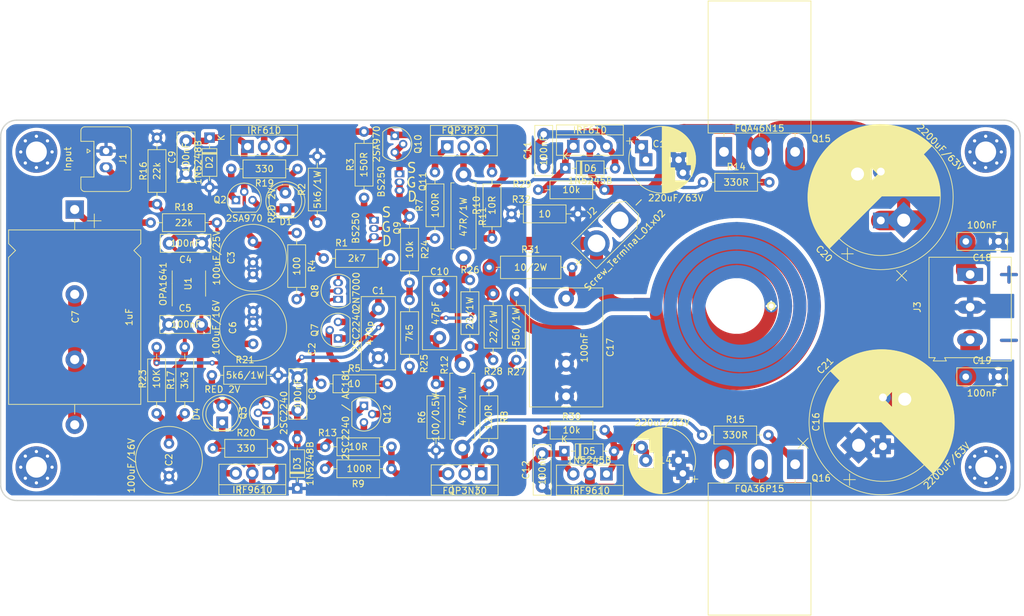
<source format=kicad_pcb>
(kicad_pcb (version 20210424) (generator pcbnew)
  (title_block (title "QUAD405 Reborn") (date "2021-04-15") (rev "17"))
  (layers (0 "F.Cu" signal) (31 "B.Cu" signal) (34 "B.Paste" user) (35 "F.Paste" user) (36 "B.SilkS" user "B.Silkscreen") (37 "F.SilkS" user "F.Silkscreen") (38 "B.Mask" user) (39 "F.Mask" user) (44 "Edge.Cuts" user))
  (net 0 "")
  (net 1 "GND")
  (net 2 "Net-(C1-Pad1)")
  (net 3 "Net-(C2-Pad1)")
  (net 4 "Net-(C3-Pad1)")
  (net 5 "Net-(C5-Pad2)")
  (net 6 "Net-(C7-Pad1)")
  (net 7 "Net-(C7-Pad2)")
  (net 8 "Net-(C8-Pad2)")
  (net 9 "Net-(C9-Pad2)")
  (net 10 "Net-(C10-Pad2)")
  (net 11 "Net-(C10-Pad1)")
  (net 12 "Net-(C11-Pad2)")
  (net 13 "GNDPWR")
  (net 14 "Net-(C12-Pad2)")
  (net 15 "Net-(C13-Pad1)")
  (net 16 "Net-(C14-Pad2)")
  (net 17 "Net-(C15-Pad1)")
  (net 18 "Net-(C16-Pad2)")
  (net 19 "Net-(C17-Pad1)")
  (net 20 "Net-(D1-Pad1)")
  (net 21 "Net-(D4-Pad2)")
  (net 22 "Net-(L1-Pad2)")
  (net 23 "Net-(J2-Pad1)")
  (net 24 "Net-(Q2-Pad1)")
  (net 25 "Net-(Q3-Pad1)")
  (net 26 "Net-(Q8-Pad2)")
  (net 27 "Net-(Q5-Pad3)")
  (net 28 "Net-(Q5-Pad2)")
  (net 29 "Net-(Q5-Pad1)")
  (net 30 "Net-(Q6-Pad3)")
  (net 31 "Net-(Q6-Pad2)")
  (net 32 "Net-(Q6-Pad1)")
  (net 33 "Net-(Q15-Pad1)")
  (net 34 "Net-(Q16-Pad1)")
  (net 35 "Net-(R1-Pad1)")
  (net 36 "Net-(J1-Pad2)")
  (net 37 "Net-(R24-Pad2)")
  (net 38 "Net-(R26-Pad2)")
  (net 39 "Net-(Q8-Pad1)")
  (net 40 "Net-(Q7-Pad2)")
  (net 41 "Net-(Q10-Pad2)")
  (net 42 "Net-(Q12-Pad2)")
  (net 43 "Net-(Q12-Pad3)")
  (net 44 "Net-(Q8-Pad3)")
  (net 45 "Net-(Q11-Pad2)")
  (net 46 "Net-(Q9-Pad1)")
  (footprint "Resistor_THT:R_Axial_DIN0411_L9.9mm_D3.6mm_P12.70mm_Horizontal" (layer "F.Cu") (at 144.236437 105.078 -90)
    (fp_text reference "R12")
    (fp_text value "47R/1W")
  )
  (footprint "MountingHole:MountingHole_3.2mm_M3_Pad_Via" (layer "F.Cu") (at 78.994 120.77)
    (fp_text reference "H1" hide)
    (fp_text value "MountingHole")
  )
  (footprint "MountingHole:MountingHole_3.2mm_M3_Pad_Via" (layer "F.Cu") (at 224.392781 72.44)
    (fp_text reference "H1" hide)
    (fp_text value "MountingHole")
  )
  (footprint "Resistor_THT:R_Axial_DIN0207_L6.3mm_D2.5mm_P10.16mm_Horizontal" (layer "F.Cu") (at 166.01 78.24 180)
    (fp_text reference "R29")
    (fp_text value "10k")
  )
  (footprint "Package_TO_SOT_THT:TO-220-3_Vertical" (layer "F.Cu") (at 111.34 71.615)
    (fp_text reference "Q1" hide)
    (fp_text value "IRF610")
  )
  (footprint "Resistor_THT:R_Axial_DIN0207_L6.3mm_D2.5mm_P10.16mm_Horizontal" (layer "F.Cu") (at 152.51 104.34 90)
    (fp_text reference "R27")
    (fp_text value "560/1W")
  )
  (footprint "Capacitor_THT:C_Disc_D7.5mm_W2.5mm_P5.00mm" (layer "F.Cu") (at 101.91 75.75 90)
    (fp_text reference "C9")
    (fp_text value "100nF")
  )
  (footprint "Resistor_THT:R_Axial_DIN0207_L6.3mm_D2.5mm_P10.16mm_Horizontal" (layer "F.Cu") (at 148.296437 108.018 -90)
    (fp_text reference "R8")
    (fp_text value "120R")
  )
  (footprint "Package_TO_SOT_THT:TO-220-3_Vertical" (layer "F.Cu") (at 166.310083 121.805 180)
    (fp_text reference "Q14" hide)
    (fp_text value "IRF9610")
  )
  (footprint "Resistor_THT:R_Axial_DIN0207_L6.3mm_D2.5mm_P10.16mm_Horizontal" (layer "F.Cu") (at 140.04 85.7 90)
    (fp_text reference "R7")
    (fp_text value "100R")
  )
  (footprint "Resistor_THT:R_Axial_DIN0207_L6.3mm_D2.5mm_P10.16mm_Horizontal" (layer "F.Cu") (at 145.39 92.07 -90)
    (fp_text reference "R26")
    (fp_text value "22/1W")
  )
  (footprint "Resistor_THT:R_Axial_DIN0207_L6.3mm_D2.5mm_P10.16mm_Horizontal" (layer "F.Cu") (at 148.78 85.7 90)
    (fp_text reference "R10")
    (fp_text value "10R")
  )
  (footprint "Capacitor_THT:CP_Radial_D10.0mm_P5.00mm_P7.50mm" (layer "F.Cu") (at 172.35 73.64)
    (fp_text reference "C13")
    (fp_text value "220uF/63V")
  )
  (footprint "Package_TO_SOT_THT:TO-220-3_Vertical" (layer "F.Cu") (at 141.924 71.659)
    (fp_text reference "Q5" hide)
    (fp_text value "FQP3P20")
  )
  (footprint "MountingHole:MountingHole_3.2mm_M3_Pad_Via" (layer "F.Cu") (at 224.402781 120.77)
    (fp_text reference "H1" hide)
    (fp_text value "MountingHole")
  )
  (footprint "Diode_THT:D_DO-35_SOD27_P7.62mm_Horizontal" (layer "F.Cu") (at 159.855406 118.31)
    (fp_text reference "D5")
    (fp_text value "1N5245B")
  )
  (footprint "Capacitor_THT:C_Disc_D11.0mm_W5.0mm_P7.50mm" (layer "F.Cu") (at 131.37 96.48 -90)
    (fp_text reference "C1")
    (fp_text value "470p")
  )
  (footprint "Package_TO_SOT_THT:TO-220-3_Vertical" (layer "F.Cu") (at 161.23 71.575)
    (fp_text reference "Q13" hide)
    (fp_text value "IRF610")
  )
  (footprint "Package_TO_SOT_THT:TO-92" (layer "F.Cu") (at 133.89 69.96 -90)
    (fp_text reference "Q10")
    (fp_text value "2SA970")
  )
  (footprint "Resistor_THT:R_Axial_DIN0207_L6.3mm_D2.5mm_P10.16mm_Horizontal" (layer "F.Cu") (at 122.62 107.99)
    (fp_text reference "R5")
    (fp_text value "10")
  )
  (footprint "Resistor_THT:R_Axial_DIN0207_L6.3mm_D2.5mm_P10.16mm_Horizontal" (layer "F.Cu") (at 96.49 83.28)
    (fp_text reference "R18")
    (fp_text value "22k")
  )
  (footprint "Connector_AMASS:AMASS_XT30U-F_1x02_P5.0mm_Vertical" (layer "F.Cu") (at 168.327387 82.922614 -135)
    (fp_text reference "J2")
    (fp_text value "Screw_Terminal_01x02")
  )
  (footprint "Resistor_THT:R_Axial_DIN0207_L6.3mm_D2.5mm_P10.16mm_Horizontal" (layer "F.Cu") (at 136.15 82.33 -90)
    (fp_text reference "R24")
    (fp_text value "10k")
  )
  (footprint "Diode_THT:D_DO-35_SOD27_P7.62mm_Horizontal" (layer "F.Cu") (at 160.01 74.95)
    (fp_text reference "D6")
    (fp_text value "1N5245B")
  )
  (footprint "Resistor_THT:R_Axial_DIN0207_L6.3mm_D2.5mm_P10.16mm_Horizontal" (layer "F.Cu") (at 97.41 112.53 90)
    (fp_text reference "R23")
    (fp_text value "10K")
  )
  (footprint "Capacitor_THT:C_Disc_D7.5mm_W2.5mm_P5.00mm" (layer "F.Cu") (at 226.352781 86.16 180)
    (fp_text reference "C18")
    (fp_text value "100nF")
  )
  (footprint "Package_TO_SOT_THT:TO-92" (layer "F.Cu") (at 129.1575 111.36 -90)
    (fp_text reference "Q12")
    (fp_text value "2SC2240 / AC181")
  )
  (footprint "Resistor_THT:R_Axial_DIN0207_L6.3mm_D2.5mm_P10.16mm_Horizontal" (layer "F.Cu") (at 133.38 117.64 180)
    (fp_text reference "R13")
    (fp_text value "10R")
  )
  (footprint "Resistor_THT:R_Axial_DIN0207_L6.3mm_D2.5mm_P10.16mm_Horizontal" (layer "F.Cu") (at 101.72 112.52 90)
    (fp_text reference "R17")
    (fp_text value "3k3")
  )
  (footprint "Capacitor_THT:C_Disc_D7.5mm_W2.5mm_P5.00mm" (layer "F.Cu") (at 156.7 74.74 90)
    (fp_text reference "C11")
    (fp_text value "100nF")
  )
  (footprint "L:L_new" (layer "F.Cu") (at 186.24 96.06 180)
    (fp_text reference "L1" hide)
    (fp_text value "1u2" hide)
  )
  (footprint "LED_THT:LED_D5.0mm_Clear" (layer "F.Cu") (at 117.13 81.24 90)
    (fp_text reference "D1")
    (fp_text value "RED 2V")
  )
  (footprint "Resistor_THT:R_Axial_DIN0207_L6.3mm_D2.5mm_P10.16mm_Horizontal" (layer "F.Cu") (at 136.15 95.12 -90)
    (fp_text reference "R25")
    (fp_text value "7k5")
  )
  (footprint "Package_TO_SOT_THT:TO-92L_Inline" (layer "F.Cu") (at 134.61 75.79 -90)
    (fp_text reference "Q11")
    (fp_text value "BS250")
  )
  (footprint "Resistor_THT:R_Axial_DIN0207_L6.3mm_D2.5mm_P10.16mm_Horizontal" (layer "F.Cu") (at 105.872437 106.68)
    (fp_text reference "R21")
    (fp_text value "5k6/1W")
  )
  (footprint "MountingHole:MountingHole_3.2mm_M3_Pad_Via" (layer "F.Cu") (at 78.994 72.44)
    (fp_text reference "H1" hide)
    (fp_text value "MountingHole")
  )
  (footprint "Capacitor_THT:C_Radial_D10.0mm_H12.5mm_P5.00mm" (layer "F.Cu") (at 99.3 117.14 -90)
    (fp_text reference "C2")
    (fp_text value "100uF/16V")
  )
  (footprint "Diode_THT:D_DO-35_SOD27_P7.62mm_Horizontal" (layer "F.Cu") (at 118.95 124.03 90)
    (fp_text reference "D3")
    (fp_text value "1N5248B")
  )
  (footprint "Resistor_THT:R_Axial_DIN0207_L6.3mm_D2.5mm_P10.16mm_Horizontal" (layer "F.Cu") (at 181.1 77.09)
    (fp_text reference "R14")
    (fp_text value "330R")
  )
  (footprint "Package_TO_SOT_THT:TO-92L_Inline" (layer "F.Cu") (at 130.7 82.9 -90)
    (fp_text reference "Q9")
    (fp_text value "BS250")
  )
  (footprint "Package_TO_SOT_THT:TO-92" (layer "F.Cu") (at 109.56 79.82)
    (fp_text reference "Q2")
    (fp_text value "2SA970")
  )
  (footprint "Capacitor_THT:CP_Radial_D18.0mm_P7.50mm" (layer "F.Cu") (at 208.66 117.57 90)
    (fp_text reference "C16")
    (fp_text value "2200uF/63V")
  )
  (footprint "Capacitor_THT:CP_Radial_D22.0mm_P10.00mm_SnapIn" (layer "F.Cu") (at 211.83 82.9 135)
    (fp_text reference "C20")
    (fp_text value "2200uF/63V")
  )
  (footprint "Capacitor_THT:CP_Axial_L26.5mm_D20.0mm_P33.00mm_Horizontal" (layer "F.Cu") (at 84.859563 81.27 -90)
    (fp_text reference "C7")
    (fp_text value "1uF")
  )
  (footprint "Package_TO_SOT_THT:TO-220-3_Vertical" (layer "F.Cu") (at 147.13 121.775 180)
    (fp_text reference "Q6" hide)
    (fp_text value "FQP3N30")
  )
  (footprint "Capacitor_THT:C_Disc_D11.0mm_W5.0mm_P7.50mm" (layer "F.Cu") (at 140.75 93.4 -90)
    (fp_text reference "C10")
    (fp_text value "47pF")
  )
  (footprint "Resistor_THT:R_Axial_DIN0207_L6.3mm_D2.5mm_P10.16mm_Horizontal" (layer "F.Cu") (at 122.02 83.28 90)
    (fp_text reference "R2")
    (fp_text value "5k6/1W")
  )
  (footprint "Package_TO_SOT_THT:TO-92" (layer "F.Cu") (at 125.1925 101.04 90)
    (fp_text reference "Q7")
    (fp_text value "2SC2240")
  )
  (footprint "Package_TO_SOT_THT:TO-92" (layer "F.Cu") (at 114.2125 113.71 90)
    (fp_text reference "Q3")
    (fp_text value "2SC2240")
  )
  (footprint "Resistor_THT:R_Axial_DIN0207_L6.3mm_D2.5mm_P10.16mm_Horizontal" (layer "F.Cu") (at 123.21 121.01)
    (fp_text reference "R9")
    (fp_text value "100R")
  )
  (footprint "Capacitor_THT:C_Rect_L18.0mm_W11.0mm_P15.00mm_FKS3_FKP3" (layer "F.Cu") (at 160.13 94.91 -90)
    (fp_text reference "C17")
    (fp_text value "100nF")
  )
  (footprint "Resistor_THT:R_Axial_DIN0207_L6.3mm_D2.5mm_P10.16mm_Horizontal" (layer "F.Cu") (at 148.95 104.34 90)
    (fp_text reference "R28")
    (fp_text value "22/1W")
  )
  (footprint "Package_SO:SOIC-8_3.9x4.9mm_P1.27mm" (layer "F.Cu") (at 102.354 92.612 90)
    (fp_text reference "U1")
    (fp_text value "OPA1641")
  )
  (footprint "Resistor_THT:R_Axial_DIN0207_L6.3mm_D2.5mm_P10.16mm_Horizontal" (layer "F.Cu") (at 118.86 84.86 -90)
    (fp_text reference "R4")
    (fp_text value "100")
  )
  (footprint "Resistor_THT:R_Axial_DIN0207_L6.3mm_D2.5mm_P10.16mm_Horizontal" (layer "F.Cu") (at 180.96 115.83)
    (fp_text reference "R15")
    (fp_text value "330R")
  )
  (footprint "TerminalBlock:TerminalBlock_Altech_AK300-3_P5.00mm" (layer "F.Cu") (at 222.012781 91.23 -90)
    (fp_text reference "J3")
    (fp_text value "Screw_Terminal_01x03" hide)
  )
  (footprint "Package_TO_SOT_THT:TO-220-3_Vertical" (layer "F.Cu") (at 114.602437 121.695 180)
    (fp_text reference "Q4" hide)
    (fp_text value "IRF9610")
  )
  (footprint "Resistor_THT:R_Axial_DIN0207_L6.3mm_D2.5mm_P10.16mm_Horizontal" (layer "F.Cu") (at 106.03 117.88)
    (fp_text reference "R20")
    (fp_text value "330")
  )
  (footprint "Package_TO_SOT_THT:TO-3P-3_Horizontal_TabDown" (layer "F.Cu") (at 184.306 72.425)
    (fp_text reference "Q15")
    (fp_text value "FQA46N15")
  )
  (footprint "Capacitor_THT:C_Radial_D10.0mm_H12.5mm_P5.00mm" (layer "F.Cu") (at 112.19 96.86 -90)
    (fp_text reference "C6")
    (fp_text value "100uF/16V")
  )
  (footprint "Capacitor_THT:C_Disc_D7.5mm_W2.5mm_P5.00mm" (layer "F.Cu") (at 104.34 86.444 180)
    (fp_text reference "C4")
    (fp_text value "100nF")
  )
  (footprint "Resistor_THT:R_Axial_DIN0411_L9.9mm_D3.6mm_P12.70mm_Horizontal" (layer "F.Cu") (at 144.41 75.902 -90)
    (fp_text reference "R11")
    (fp_text value "47R/1W")
  )
  (footprint "Connector_Stocko:Stocko_MKS_1651-6-0-202_1x2_P2.50mm_Vertical" (layer "F.Cu") (at 89.662 72.3 -90)
    (fp_text reference "J1")
    (fp_text value "Input")
  )
  (footprint "Resistor_THT:R_Axial_DIN0207_L6.3mm_D2.5mm_P10.16mm_Horizontal" (layer "F.Cu") (at 140.196437 108.018 -90)
    (fp_text reference "R6")
    (fp_text value "100/0.5W")
  )
  (footprint "Resistor_THT:R_Axial_DIN0309_L9.0mm_D3.2mm_P12.70mm_Horizontal" (layer "F.Cu") (at 148.35 90.13)
    (fp_text reference "R31")
    (fp_text value "10/2W")
  )
  (footprint "Capacitor_THT:C_Disc_D7.5mm_W2.5mm_P5.00mm" (layer "F.Cu") (at 119.04 107.04 -90)
    (fp_text reference "C8")
    (fp_text value "100nF")
  )
  (footprint "Capacitor_THT:CP_Radial_D22.0mm_P10.00mm_SnapIn" (layer "F.Cu") (at 204.928932 117.408848 45)
    (fp_text reference "C21")
    (fp_text value "2200uF/63V")
  )
  (footprint "Capacitor_THT:C_Disc_D7.5mm_W2.5mm_P5.00mm" (layer "F.Cu") (at 156.462708 123.69 90)
    (fp_text reference "C12")
    (fp_text value "100nF")
  )
  (footprint "Capacitor_THT:C_Disc_D7.5mm_W2.5mm_P5.00mm" (layer "F.Cu") (at 221.342781 106.91)
    (fp_text reference "C19")
    (fp_text value "100nF")
  )
  (footprint "Capacitor_THT:C_Disc_D7.5mm_W2.5mm_P5.00mm" (layer "F.Cu") (at 99.27 98.89)
    (fp_text reference "C5")
    (fp_text value "100nF")
  )
  (footprint "Package_TO_SOT_THT:TO-92_Inline" (layer "F.Cu") (at 125.2 95.03 90)
    (fp_text reference "Q8")
    (fp_text value "2N7000")
  )
  (footprint "Resistor_THT:R_Axial_DIN0207_L6.3mm_D2.5mm_P10.16mm_Horizontal" (layer "F.Cu") (at 166.04 115.08 180)
    (fp_text reference "R30")
    (fp_text value "10k")
  )
  (footprint "Resistor_THT:R_Axial_DIN0207_L6.3mm_D2.5mm_P10.16mm_Horizontal" (layer "F.Cu") (at 151.77 81.94)
    (fp_text reference "R32")
    (fp_text value "10")
  )
  (footprint "Resistor_THT:R_Axial_DIN0207_L6.3mm_D2.5mm_P10.16mm_Horizontal" (layer "F.Cu") (at 123 88.77)
    (fp_text reference "R1")
    (fp_text value "2k7")
  )
  (footprint "Capacitor_THT:CP_Radial_D10.0mm_P5.00mm_P7.50mm" (layer "F.Cu") (at 177.335385 119.72 180)
    (fp_text reference "C14")
    (fp_text value "220uF/63V")
  )
  (footprint "LED_THT:LED_D5.0mm_Clear" (layer "F.Cu") (at 107.452437 113.9 90)
    (fp_text reference "D4")
    (fp_text value "RED 2V")
  )
  (footprint "Capacitor_THT:CP_Radial_D18.0mm_P7.50mm" (layer "F.Cu") (at 208.33 82.95 90)
    (fp_text reference "C15")
    (fp_text value "2200uF/63V" hide)
  )
  (footprint "Diode_THT:D_DO-35_SOD27_P7.62mm_Horizontal" (layer "F.Cu") (at 105.51 70.25 -90)
    (fp_text reference "D2")
    (fp_text value "1N5248B")
  )
  (footprint "Capacitor_THT:C_Radial_D10.0mm_H12.5mm_P5.00mm" (layer "F.Cu") (at 112.17 86.16 -90)
    (fp_text reference "C3")
    (fp_text value "100uF/25V")
  )
  (footprint "Resistor_THT:R_Axial_DIN0207_L6.3mm_D2.5mm_P10.16mm_Horizontal" (layer "F.Cu") (at 118.99 75.04 180)
    (fp_text reference "R19")
    (fp_text value "330")
  )
  (footprint "Resistor_THT:R_Axial_DIN0207_L6.3mm_D2.5mm_P10.16mm_Horizontal" (layer "F.Cu") (at 129.18 69.3225 -90)
    (fp_text reference "R3")
    (fp_text value "150R")
  )
  (footprint "Package_TO_SOT_THT:TO-3P-3_Horizontal_TabDown" (layer "F.Cu") (at 195.21 120.315 180)
    (fp_text reference "Q16")
    (fp_text value "FQA36P15")
  )
  (footprint "Resistor_THT:R_Axial_DIN0207_L6.3mm_D2.5mm_P10.16mm_Horizontal" (layer "F.Cu") (at 97.46 70.28 -90)
    (fp_text reference "R16")
    (fp_text value "22k")
  )
  (gr_line (start 75.98 67.57) (end 227.23 67.57) (layer "Edge.Cuts") (width 0.2))
  (gr_arc (start 227.22 70.019999) (end 227.22 67.57) (angle 90) (layer "Edge.Cuts") (width 0.2))
  (gr_line (start 229.67 70.02) (end 229.657588 123.427589) (layer "Edge.Cuts") (width 0.2))
  (gr_line (start 75.967588 125.877589) (end 227.207589 125.877588) (layer "Edge.Cuts") (width 0.2))
  (gr_arc (start 75.967588 123.427589) (end 75.967588 125.877589) (angle 90) (layer "Edge.Cuts") (width 0.2))
  (gr_line (start 73.53 70.02) (end 73.517588 123.427589) (layer "Edge.Cuts") (width 0.2))
  (gr_arc (start 227.207589 123.427589) (end 229.657588 123.427589) (angle 90) (layer "Edge.Cuts") (width 0.2))
  (gr_arc (start 75.979999 70.02) (end 73.53 70.02) (angle 90) (layer "Edge.Cuts") (width 0.2))
  (gr_text "QUAD405 Audiophile\nby Tiberiu Vicol" (at 78.59 97.45 90) (layer "F.Cu") (effects (font (size 1.5 1.5) (thickness 0.3))))
  (gr_text "-" (at 227.96 101.1) (layer "F.Cu") (effects (font (size 3 3) (thickness 0.5))))
  (gr_text "version 1.3" (at 90.09 96.74 90) (layer "F.Cu") (effects (font (size 1 1) (thickness 0.2))))
  (gr_text "+" (at 227.96 91.03) (layer "F.Cu") (effects (font (size 3 3) (thickness 0.5))))
  (gr_text "-" (at 227.96 101.1) (layer "B.Cu") (effects (font (size 3 3) (thickness 0.5))))
  (gr_text "+" (at 227.96 91.03) (layer "B.Cu") (effects (font (size 3 3) (thickness 0.5))))
  (gr_text "G" (at 132.56 83.95) (layer "F.SilkS") (effects (font (size 1.5 1.5) (thickness 0.2))))
  (gr_text "D" (at 136.55 79.28) (layer "F.SilkS") (effects (font (size 1.5 1.5) (thickness 0.2))))
  (gr_text "S" (at 136.47 74.87) (layer "F.SilkS") (effects (font (size 1.5 1.5) (thickness 0.2))))
  (gr_text "G" (at 136.43 77.13) (layer "F.SilkS") (effects (font (size 1.5 1.5) (thickness 0.2))))
  (gr_text "S" (at 132.6 81.69) (layer "F.SilkS") (effects (font (size 1.5 1.5) (thickness 0.2))))
  (gr_text "D" (at 132.68 86.1) (layer "F.SilkS") (effects (font (size 1.5 1.5) (thickness 0.2))))
  (via (at 191.54 95.36) (size 0.5) (drill 0.3) (layers "F.Cu" "B.Cu") (net 0))
  (via (at 190.84 96.06) (size 0.5) (drill 0.3) (layers "F.Cu" "B.Cu") (net 0))
  (via (at 192.24 96.06) (size 0.5) (drill 0.3) (layers "F.Cu" "B.Cu") (net 0))
  (via (at 191.54 96.76) (size 0.5) (drill 0.3) (layers "F.Cu" "B.Cu") (net 0))
  (segment (start 132.24868 89.68132) (end 133.16 88.77) (width 1) (layer "F.Cu") (net 2))
  (segment (start 125.1925 98.5) (end 128.107359 98.5) (width 1) (layer "F.Cu") (net 2))
  (segment (start 130.22868 97.62132) (end 131.37 96.48) (width 1) (layer "F.Cu") (net 2))
  (segment (start 131.37 96.48) (end 131.37 91.802641) (width 1) (layer "F.Cu") (net 2))
  (arc (start 128.107359 98.5) (mid 129.25541 98.271638) (end 130.22868 97.62132) (width 1) (layer "F.Cu") (net 2))
  (arc (start 132.24868 89.68132) (mid 131.598361 90.65459) (end 131.37 91.802641) (width 1) (layer "F.Cu") (net 2))
  (segment (start 99.885787 114.354213) (end 101.72 112.52) (width 1) (layer "F.Cu") (net 3))
  (segment (start 99.3 117.14) (end 99.3 115.768427) (width 1) (layer "F.Cu") (net 3))
  (segment (start 99.3 117.14) (end 99.3 115.248427) (width 1) (layer "F.Cu") (net 3))
  (segment (start 98.714213 113.834213) (end 97.41 112.53) (width 1) (layer "F.Cu") (net 3))
  (arc (start 99.3 115.248427) (mid 99.147759 114.48306) (end 98.714213 113.834213) (width 1) (layer "F.Cu") (net 3))
  (arc (start 99.885787 114.354213) (mid 99.452241 115.00306) (end 99.3 115.768427) (width 1) (layer "F.Cu") (net 3))
  (segment (start 101.719 90.137) (end 101.719 88.823) (width 0.6) (layer "F.Cu") (net 4))
  (segment (start 101.719 88.823) (end 99.34 86.444) (width 0.6) (layer "F.Cu") (net 4))
  (segment (start 112.7 86.69) (end 120.707359 86.69) (width 1) (layer "F.Cu") (net 4))
  (segment (start 108.39868 81.94868) (end 112.17 85.72) (width 1) (layer "F.Cu") (net 4))
  (segment (start 124.25132 71.86132) (end 124.058679 71.668679) (width 1) (layer "F.Cu") (net 4))
  (segment (start 105.956641 81.07) (end 106.277359 81.07) (width 1) (layer "F.Cu") (net 4))
  (segment (start 122.82868 85.81132) (end 124.251321 84.388679) (width 1) (layer "F.Cu") (net 4))
  (segment (start 112.17 85.72) (end 112.17 86.16) (width 1) (layer "F.Cu") (net 4))
  (segment (start 125.13 82.267359) (end 125.13 73.982641) (width 1) (layer "F.Cu") (net 4))
  (segment (start 121.937359 70.79) (end 117.245 70.79) (width 1) (layer "F.Cu") (net 4))
  (segment (start 117.245 70.79) (end 116.42 71.615) (width 1) (layer "F.Cu") (net 4))
  (segment (start 99.34 86.444) (end 103.835321 81.948679) (width 1) (layer "F.Cu") (net 4))
  (segment (start 112.17 86.16) (end 112.7 86.69) (width 1) (layer "F.Cu") (net 4))
  (arc (start 124.25132 71.86132) (mid 124.901639 72.83459) (end 125.13 73.982641) (width 1) (layer "F.Cu") (net 4))
  (arc (start 120.707359 86.69) (mid 121.85541 86.461638) (end 122.82868 85.81132) (width 1) (layer "F.Cu") (net 4))
  (arc (start 108.39868 81.94868) (mid 107.42541 81.298361) (end 106.277359 81.07) (width 1) (layer "F.Cu") (net 4))
  (arc (start 103.835321 81.948679) (mid 104.808591 81.298361) (end 105.956641 81.07) (width 1) (layer "F.Cu") (net 4))
  (arc (start 124.058679 71.668679) (mid 123.085409 71.018361) (end 121.937359 70.79) (width 1) (layer "F.Cu") (net 4))
  (arc (start 124.251321 84.388679) (mid 124.901639 83.415409) (end 125.13 82.267359) (width 1) (layer "F.Cu") (net 4))
  (segment (start 105.82632 120.81632) (end 104.951105 119.941105) (width 1) (layer "F.Cu") (net 5))
  (segment (start 112.19 101.86) (end 108.482641 101.86) (width 1) (layer "F.Cu") (net 5))
  (segment (start 104.259 95.087) (end 104.259 98.879) (width 0.6) (layer "F.Cu") (net 5))
  (segment (start 106.36132 100.98132) (end 104.27 98.89) (width 1) (layer "F.Cu") (net 5))
  (segment (start 104.072426 117.819785) (end 104.072426 99.087574) (width 1) (layer "F.Cu") (net 5))
  (segment (start 109.522437 121.695) (end 107.947641 121.695) (width 1) (layer "F.Cu") (net 5))
  (segment (start 104.259 98.879) (end 104.27 98.89) (width 0.6) (layer "F.Cu") (net 5))
  (segment (start 104.072426 99.087574) (end 104.27 98.89) (width 1) (layer "F.Cu") (net 5))
  (arc (start 108.482641 101.86) (mid 107.33459 101.631638) (end 106.36132 100.98132) (width 1) (layer "F.Cu") (net 5))
  (arc (start 105.82632 120.81632) (mid 106.79959 121.466639) (end 107.947641 121.695) (width 1) (layer "F.Cu") (net 5))
  (arc (start 104.951105 119.941105) (mid 104.300787 118.967835) (end 104.072426 117.819785) (width 1) (layer "F.Cu") (net 5))
  (segment (start 88.112204 83.28) (end 96.49 83.28) (width 1) (layer "F.Cu") (net 6))
  (segment (start 84.859563 81.27) (end 85.990884 82.401321) (width 1) (layer "F.Cu") (net 6))
  (arc (start 88.112204 83.28) (mid 86.964154 83.051639) (end 85.990884 82.401321) (width 1) (layer "F.Cu") (net 6))
  (segment (start 88.992204 107.16) (end 97.567359 107.16) (width 1) (layer "F.Cu") (net 7))
  (segment (start 101.719 95.087) (end 101.719 102.359) (width 0.6) (layer "F.Cu") (net 7))
  (segment (start 84.859563 104.27) (end 86.870884 106.281321) (width 1) (layer "F.Cu") (net 7))
  (segment (start 99.68868 106.28132) (end 100.841321 105.128679) (width 1) (layer "F.Cu") (net 7))
  (segment (start 84.859563 104.27) (end 84.859563 114.27) (width 2) (layer "F.Cu") (net 7))
  (segment (start 101.719 102.359) (end 101.72 102.36) (width 0.6) (layer "F.Cu") (net 7))
  (segment (start 101.72 103.007359) (end 101.72 102.36) (width 1) (layer "F.Cu") (net 7))
  (segment (start 84.859563 94.27) (end 84.859563 104.27) (width 2) (layer "F.Cu") (net 7))
  (arc (start 88.992204 107.16) (mid 87.844154 106.931639) (end 86.870884 106.281321) (width 1) (layer "F.Cu") (net 7))
  (arc (start 97.567359 107.16) (mid 98.71541 106.931638) (end 99.68868 106.28132) (width 1) (layer "F.Cu") (net 7))
  (arc (start 100.841321 105.128679) (mid 101.491639 104.155409) (end 101.72 103.007359) (width 1) (layer "F.Cu") (net 7))
  (segment (start 118.64 112.44) (end 119.04 112.04) (width 0.5) (layer "F.Cu") (net 8))
  (segment (start 118.95 117.784017) (end 115.039017 121.695) (width 1) (layer "F.Cu") (net 8))
  (segment (start 118.95 112.13) (end 119.04 112.04) (width 1) (layer "F.Cu") (net 8))
  (segment (start 118.65 112.43) (end 119.04 112.04) (width 1) (layer "F.Cu") (net 8))
  (segment (start 118.95 116.41) (end 118.95 117.784017) (width 1) (layer "F.Cu") (net 8))
  (segment (start 118.95 116.41) (end 118.95 112.13) (width 1) (layer "F.Cu") (net 8))
  (segment (start 112.9425 112.44) (end 118.64 112.44) (width 0.5) (layer "F.Cu") (net 8))
  (segment (start 115.039017 121.695) (end 114.602437 121.695) (width 1) (layer "F.Cu") (net 8))
  (segment (start 110.83 72.125) (end 111.34 71.615) (width 1) (layer "F.Cu") (net 9))
  (segment (start 111.70868 82.36868) (end 113.321321 83.981321) (width 0.5) (layer "F.Cu") (net 9))
  (segment (start 101.91 70.75) (end 105.01 70.75) (width 1) (layer "F.Cu") (net 9))
  (segment (start 105.51 70.25) (end 108.732359 70.25) (width 1) (layer "F.Cu") (net 9))
  (segment (start 105.01 70.75) (end 105.51 70.25) (width 1) (layer "F.Cu") (net 9))
  (segment (start 110.85368 71.12868) (end 111.34 71.615) (width 1) (layer "F.Cu") (net 9))
  (segment (start 110.83 78.55) (end 110.83 72.125) (width 1) (layer "F.Cu") (net 9))
  (segment (start 110.83 78.55) (end 110.83 80.247359) (width 0.5) (layer "F.Cu") (net 9))
  (segment (start 115.442641 84.86) (end 118.86 84.86) (width 0.5) (layer "F.Cu") (net 9))
  (arc (start 111.70868 82.36868) (mid 111.058361 81.39541) (end 110.83 80.247359) (width 0.5) (layer "F.Cu") (net 9))
  (arc (start 113.321321 83.981321) (mid 114.294591 84.631639) (end 115.442641 84.86) (width 0.5) (layer "F.Cu") (net 9))
  (arc (start 108.732359 70.25) (mid 109.88041 70.478362) (end 110.85368 71.12868) (width 1) (layer "F.Cu") (net 9))
  (segment (start 143.779359 108.018) (end 140.196437 108.018) (width 1) (layer "F.Cu") (net 10))
  (segment (start 140.196437 108.018) (end 140.196437 101.453563) (width 1) (layer "F.Cu") (net 10))
  (segment (start 152.51 104.34) (end 151.588668 105.261332) (width 1) (layer "F.Cu") (net 10))
  (segment (start 149.467348 106.140011) (end 148.14263 106.140011) (width 1) (layer "F.Cu") (net 10))
  (segment (start 125.1925 101.04) (end 140.61 101.04) (width 1) (layer "F.Cu") (net 10))
  (segment (start 146.021309 107.018691) (end 145.900679 107.139321) (width 1) (layer "F.Cu") (net 10))
  (segment (start 140.196437 101.453563) (end 140.75 100.9) (width 1) (layer "F.Cu") (net 10))
  (segment (start 140.61 101.04) (end 140.75 100.9) (width 1) (layer "F.Cu") (net 10))
  (arc (start 148.14263 106.140011) (mid 146.994579 106.368373) (end 146.021309 107.018691) (width 1) (layer "F.Cu") (net 10))
  (arc (start 151.588668 105.261332) (mid 150.615398 105.91165) (end 149.467348 106.140011) (width 1) (layer "F.Cu") (net 10))
  (arc (start 143.779359 108.018) (mid 144.927409 107.789639) (end 145.900679 107.139321) (width 1) (layer "F.Cu") (net 10))
  (segment (start 143.59 97.482641) (end 143.59 104.431563) (width 1) (layer "F.Cu") (net 11))
  (segment (start 144.702893 91.382893) (end 145.39 92.07) (width 1) (layer "F.Cu") (net 11))
  (segment (start 140.75 93.4) (end 142.711321 95.361321) (width 1) (layer "F.Cu") (net 11))
  (segment (start 141.787107 92.362893) (end 140.75 93.4) (width 1) (layer "F.Cu") (net 11))
  (segment (start 145.39 92.07) (end 142.494214 92.07) (width 1) (layer "F.Cu") (net 11))
  (segment (start 144.41 88.602) (end 144.41 90.675786) (width 1) (layer "F.Cu") (net 11))
  (segment (start 143.59 104.431563) (end 144.236437 105.078) (width 1) (layer "F.Cu") (net 11))
  (arc (start 144.702893 91.382893) (mid 144.48612 91.05847) (end 144.41 90.675786) (width 1) (layer "F.Cu") (net 11))
  (arc (start 143.59 97.482641) (mid 143.361639 96.334591) (end 142.711321 95.361321) (width 1) (layer "F.Cu") (net 11))
  (arc (start 141.787107 92.362893) (mid 142.11153 92.14612) (end 142.494214 92.07) (width 1) (layer "F.Cu") (net 11))
  (segment (start 114.941714 69.3225) (end 129.18 69.3225) (width 1) (layer "F.Cu") (net 12))
  (segment (start 166.75132 72.01632) (end 166.31 71.575) (width 1) (layer "F.Cu") (net 12))
  (segment (start 117.13 78.7) (end 117.13 78.142641) (width 1) (layer "F.Cu") (net 12))
  (segment (start 136.874213 70.314213) (end 136.683382 70.123382) (width 1) (layer "F.Cu") (net 12))
  (segment (start 113.88 71.615) (end 113.88 71.34622) (width 1) (layer "F.Cu") (net 12))
  (segment (start 114.172893 69.677107) (end 114.234607 69.615393) (width 1) (layer "F.Cu") (net 12))
  (segment (start 114.75868 76.32868) (end 117.13 78.7) (width 1) (layer "F.Cu") (net 12))
  (segment (start 148.78 85.7) (end 146.778427 85.7) (width 1) (layer "F.Cu") (net 12))
  (segment (start 133.2525 69.3225) (end 133.89 69.96) (width 1) (layer "F.Cu") (net 12))
  (segment (start 148.76 85.68) (end 148.78 85.7) (width 1) (layer "F.Cu") (net 12))
  (segment (start 135.976275 69.830489) (end 134.019511 69.830489) (width 1) (layer "F.Cu") (net 12))
  (segment (start 113.88 71.615) (end 113.88 74.207359) (width 1) (layer "F.Cu") (net 12))
  (segment (start 156.7 70.284017) (end 149.638679 77.345338) (width 1) (layer "F.Cu") (net 12))
  (segment (start 167.63 74.95) (end 167.63 74.137641) (width 1) (layer "F.Cu") (net 12))
  (segment (start 156.7 69.74) (end 156.7 70.284017) (width 1) (layer "F.Cu") (net 12))
  (segment (start 137.46 76.381573) (end 137.46 71.728427) (width 1) (layer "F.Cu") (net 12))
  (segment (start 148.76 79.466658) (end 148.76 85.68) (width 1) (layer "F.Cu") (net 12))
  (segment (start 118.00868 76.02132) (end 118.99 75.04) (width 1) (layer "F.Cu") (net 12))
  (segment (start 145.364213 85.114213) (end 138.045786 77.795786) (width 1) (layer "F.Cu") (net 12))
  (segment (start 113.88 71.615) (end 113.88 70.384214) (width 1) (layer "F.Cu") (net 12))
  (segment (start 129.18 69.3225) (end 133.2525 69.3225) (width 1) (layer "F.Cu") (net 12))
  (segment (start 134.019511 69.830489) (end 133.89 69.96) (width 1) (layer "F.Cu") (net 12))
  (arc (start 137.46 76.381573) (mid 137.612241 77.14694) (end 138.045786 77.795786) (width 1) (layer "F.Cu") (net 12))
  (arc (start 136.683382 70.123382) (mid 136.358959 69.906609) (end 135.976275 69.830489) (width 1) (layer "F.Cu") (net 12))
  (arc (start 114.941714 69.3225) (mid 114.559031 69.39862) (end 114.234607 69.615393) (width 1) (layer "F.Cu") (net 12))
  (arc (start 166.75132 72.01632) (mid 167.401639 72.98959) (end 167.63 74.137641) (width 1) (layer "F.Cu") (net 12))
  (arc (start 149.638679 77.345338) (mid 148.988361 78.318608) (end 148.76 79.466658) (width 1) (layer "F.Cu") (net 12))
  (arc (start 146.778427 85.7) (mid 146.01306 85.547759) (end 145.364213 85.114213) (width 1) (layer "F.Cu") (net 12))
  (arc (start 117.13 78.142641) (mid 117.358362 76.99459) (end 118.00868 76.02132) (width 1) (layer "F.Cu") (net 12))
  (arc (start 114.172893 69.677107) (mid 113.95612 70.00153) (end 113.88 70.384214) (width 1) (layer "F.Cu") (net 12))
  (arc (start 114.75868 76.32868) (mid 114.108361 75.35541) (end 113.88 74.207359) (width 1) (layer "F.Cu") (net 12))
  (arc (start 136.874213 70.314213) (mid 137.307759 70.96306) (end 137.46 71.728427) (width 1) (layer "F.Cu") (net 12))
  (segment (start 156.7 69.74) (end 164.496292 69.74) (width 1.25) (layer "B.Cu") (net 12))
  (segment (start 164.496292 69.74) (end 166.31 71.553708) (width 1.25) (layer "B.Cu") (net 12))
  (segment (start 166.31 71.553708) (end 166.31 71.575) (width 1.25) (layer "B.Cu") (net 12))
  (segment (start 123.22 117.64) (end 121.869957 117.64) (width 1) (layer "F.Cu") (net 14))
  (segment (start 121.869957 117.64) (end 119.019979 120.489979) (width 1) (layer "F.Cu") (net 14))
  (segment (start 156.462708 118.69) (end 151.751387 123.401321) (width 1) (layer "F.Cu") (net 14))
  (segment (start 121.93132 123.40132) (end 119.019979 120.489979) (width 1) (layer "F.Cu") (net 14))
  (segment (start 112.062437 120.752437) (end 110.068679 118.758679) (width 1) (layer "F.Cu") (net 14))
  (segment (start 160.734086 121.309003) (end 161.230083 121.805) (width 1) (layer "F.Cu") (net 14))
  (segment (start 123.22 117.64) (end 123.22 117.2975) (width 1) (layer "F.Cu") (net 14))
  (segment (start 123.22 117.2975) (end 129.1575 111.36) (width 1) (layer "F.Cu") (net 14))
  (segment (start 116.554948 123.162117) (end 116.554948 123.287902) (width 1) (layer "F.Cu") (net 14))
  (segment (start 107.452437 113.9) (end 107.452437 115.629136) (width 1) (layer "F.Cu") (net 14))
  (segment (start 159.475406 118.69) (end 159.855406 118.31) (width 1) (layer "F.Cu") (net 14))
  (segment (start 149.630067 124.28) (end 124.052641 124.28) (width 1) (layer "F.Cu") (net 14))
  (segment (start 107.947359 117.88) (end 106.03 117.88) (width 1) (layer "F.Cu") (net 14))
  (segment (start 115.83285 124.01) (end 112.18 124.01) (width 1) (layer "F.Cu") (net 14))
  (segment (start 112.062437 121.695) (end 112.062437 120.752437) (width 1) (layer "F.Cu") (net 14))
  (segment (start 159.855406 118.31) (end 159.855406 119.187682) (width 1) (layer "F.Cu") (net 14))
  (segment (start 116.408501 123.641456) (end 116.186403 123.863554) (width 1) (layer "F.Cu") (net 14))
  (segment (start 112.18 124.01) (end 112.062437 123.892437) (width 1) (layer "F.Cu") (net 14))
  (segment (start 112.062437 123.892437) (end 112.062437 121.695) (width 1) (layer "F.Cu") (net 14))
  (segment (start 106.86665 117.04335) (end 106.03 117.88) (width 1) (layer "F.Cu") (net 14))
  (segment (start 156.462708 118.69) (end 159.475406 118.69) (width 1) (layer "F.Cu") (net 14))
  (segment (start 119.019979 120.489979) (end 116.701394 122.808564) (width 1) (layer "F.Cu") (net 14))
  (arc (start 107.452437 115.629136) (mid 107.300196 116.394503) (end 106.86665 117.04335) (width 1) (layer "F.Cu") (net 14))
  (arc (start 124.052641 124.28) (mid 122.90459 124.051638) (end 121.93132 123.40132) (width 1) (layer "F.Cu") (net 14))
  (arc (start 116.554948 123.162117) (mid 116.593008 122.970776) (end 116.701394 122.808564) (width 1) (layer "F.Cu") (net 14))
  (arc (start 116.554948 123.287902) (mid 116.516888 123.479244) (end 116.408501 123.641456) (width 1) (layer "F.Cu") (net 14))
  (arc (start 115.83285 124.01) (mid 116.024191 123.97194) (end 116.186403 123.863554) (width 1) (layer "F.Cu") (net 14))
  (arc (start 149.630067 124.28) (mid 150.778117 124.051639) (end 151.751387 123.401321) (width 1) (layer "F.Cu") (net 14))
  (arc (start 107.947359 117.88) (mid 109.095409 118.108361) (end 110.068679 118.758679) (width 1) (layer "F.Cu") (net 14))
  (arc (start 159.855406 119.187682) (mid 160.083768 120.335733) (end 160.734086 121.309003) (width 1) (layer "F.Cu") (net 14))
  (segment (start 168.135215 69.34) (end 163.512641 69.34) (width 1) (layer "F.Cu") (net 15))
  (segment (start 171.677856 71.64) (end 170.256535 70.218679) (width 1) (layer "F.Cu") (net 15))
  (segment (start 156.72 78.24) (end 160.01 74.95) (width 1) (layer "F.Cu") (net 15))
  (segment (start 160.88868 71.91632) (end 161.23 71.575) (width 1) (layer "F.Cu") (net 15))
  (segment (start 155.85 78.24) (end 156.72 78.24) (width 1) (layer "F.Cu") (net 15))
  (segment (start 161.23 70.587107) (end 161.23 71.575) (width 1) (layer "F.Cu") (net 15))
  (segment (start 160.01 74.95) (end 160.01 74.037641) (width 1) (layer "F.Cu") (net 15))
  (segment (start 161.39132 70.21868) (end 161.376446 70.233554) (width 1) (layer "F.Cu") (net 15))
  (arc (start 170.256535 70.218679) (mid 169.283265 69.568361) (end 168.135215 69.34) (width 1) (layer "F.Cu") (net 15))
  (arc (start 160.88868 71.91632) (mid 160.238361 72.88959) (end 160.01 74.037641) (width 1) (layer "F.Cu") (net 15))
  (arc (start 163.512641 69.34) (mid 162.36459 69.568362) (end 161.39132 70.21868) (width 1) (layer "F.Cu") (net 15))
  (arc (start 161.376446 70.233554) (mid 161.26806 70.395766) (end 161.23 70.587107) (width 1) (layer "F.Cu") (net 15))
  (segment (start 166.596726 121.518357) (end 166.310083 121.805) (width 1) (layer "F.Cu") (net 16))
  (segment (start 166.596726 115.636726) (end 166.04 115.08) (width 1) (layer "F.Cu") (net 16))
  (segment (start 171.663241 117.72) (end 168.065406 117.72) (width 1) (layer "F.Cu") (net 16))
  (segment (start 168.065406 117.72) (end 167.475406 118.31) (width 1) (layer "F.Cu") (net 16))
  (segment (start 167.475406 118.31) (end 167.475406 117.758047) (width 1) (layer "F.Cu") (net 16))
  (segment (start 167.475406 118.31) (end 167.475406 119.397036) (width 1) (layer "F.Cu") (net 16))
  (segment (start 172.335385 118.392144) (end 171.663241 117.72) (width 1) (layer "F.Cu") (net 16))
  (segment (start 172.335385 119.72) (end 172.335385 118.392144) (width 1) (layer "F.Cu") (net 16))
  (arc (start 166.596726 115.636726) (mid 167.247045 116.609996) (end 167.475406 117.758047) (width 1) (layer "F.Cu") (net 16))
  (arc (start 166.596726 121.518357) (mid 167.247045 120.545087) (end 167.475406 119.397036) (width 1) (layer "F.Cu") (net 16))
  (segment (start 196.133013 68.67002) (end 196.137973 68.67498) (width 2) (layer "F.Cu") (net 17))
  (segment (start 221.352781 90.57) (end 222.012781 91.23) (width 3) (layer "F.Cu") (net 17))
  (segment (start 189.756 70.884) (end 191.091301 69.548699) (width 2) (layer "F.Cu") (net 17))
  (segment (start 176.314466 69.985534) (end 176.789225 69.510775) (width 1.5) (layer "F.Cu") (net 17))
  (segment (start 219.557247 84.364466) (end 221.352781 86.16) (width 3) (layer "F.Cu") (net 17))
  (segment (start 186.856353 69.525353) (end 189.756 72.425) (width 1.5) (layer "F.Cu") (net 17))
  (segment (start 178.203438 68.924989) (end 185.406945 68.924989) (width 1.5) (layer "F.Cu") (net 17))
  (segment (start 211.83 82.9) (end 216.021713 82.9) (width 3) (layer "F.Cu") (net 17))
  (segment (start 207.015463 70.139446) (end 210.365534 73.489517) (width 2) (layer "F.Cu") (net 17))
  (segment (start 163.77 71.575) (end 163.77 74.757359) (width 1) (layer "F.Cu") (net 17))
  (segment (start 164.64868 76.87868) (end 166.01 78.24) (width 1) (layer "F.Cu") (net 17))
  (segment (start 208.33 82.95) (end 211.78 82.95) (width 3) (layer "F.Cu") (net 17))
  (segment (start 189.756 72.425) (end 189.756 70.884) (width 2) (layer "F.Cu") (net 17))
  (segment (start 193.212621 68.67002) (end 196.133013 68.67002) (width 2) (layer "F.Cu") (net 17))
  (segment (start 173.166447 78.093553) (end 173.385534 77.874466) (width 1.5) (layer "F.Cu") (net 17))
  (segment (start 211.78 82.95) (end 211.83 82.9) (width 3) (layer "F.Cu") (net 17))
  (segment (start 211.83 77.025051) (end 211.83 82.9) (width 2) (layer "F.Cu") (net 17))
  (segment (start 196.137973 68.67498) (end 203.479929 68.67498) (width 2) (layer "F.Cu") (net 17))
  (segment (start 221.352781 86.16) (end 221.352781 90.57) (width 3) (layer "F.Cu") (net 17))
  (segment (start 166.01 78.24) (end 172.812893 78.24) (width 1.5) (layer "F.Cu") (net 17))
  (segment (start 189.756 72.425) (end 190.316885 72.425) (width 2) (layer "F.Cu") (net 17))
  (segment (start 174.85 74.338932) (end 174.85 73.521068) (width 1.5) (layer "F.Cu") (net 17))
  (arc (start 176.314466 69.985534) (mid 175.230602 71.607651) (end 174.85 73.521068) (width 1.5) (layer "F.Cu") (net 17))
  (arc (start 176.789225 69.510775) (mid 177.438071 69.07723) (end 178.203438 68.924989) (width 1.5) (layer "F.Cu") (net 17))
  (arc (start 163.77 74.757359) (mid 163.998362 75.90541) (end 164.64868 76.87868) (width 1) (layer "F.Cu") (net 17))
  (arc (start 216.021713 82.9) (mid 217.93513 83.280602) (end 219.557247 84.364466) (width 3) (layer "F.Cu") (net 17))
  (arc (start 174.85 74.338932) (mid 174.469398 76.252349) (end 173.385534 77.874466) (width 1.5) (layer "F.Cu") (net 17))
  (arc (start 186.856353 69.525353) (mid 186.191359 69.081018) (end 185.406945 68.924989) (width 1.5) (layer "F.Cu") (net 17))
  (arc (start 173.166447 78.093553) (mid 173.004235 78.20194) (end 172.812893 78.24) (width 1.5) (layer "F.Cu") (net 17))
  (arc (start 203.479929 68.67498) (mid 205.393346 69.055582) (end 207.015463 70.139446) (width 2) (layer "F.Cu") (net 17))
  (arc (start 211.83 77.025051) (mid 211.449398 75.111634) (end 210.365534 73.489517) (width 2) (layer "F.Cu") (net 17))
  (arc (start 191.091301 69.548699) (mid 192.064571 68.898381) (end 193.212621 68.67002) (width 2) (layer "F.Cu") (net 17))
  (segment (start 189.76 122.565) (end 189.795545 122.600545) (width 2) (layer "F.Cu") (net 18))
  (segment (start 193.331079 124.065011) (end 205.193941 124.065011) (width 2) (layer "F.Cu") (net 18))
  (segment (start 189.76 120.315) (end 189.76 122.565) (width 2) (layer "F.Cu") (net 18))
  (segment (start 208.729475 122.600545) (end 210.535534 120.794486) (width 2) (layer "F.Cu") (net 18))
  (segment (start 208.92778 110.33778) (end 208.66 110.07) (width 3) (layer "F.Cu") (net 18))
  (segment (start 189.379455 122.590545) (end 189.76 122.21) (width 1.5) (layer "F.Cu") (net 18))
  (segment (start 189.76 122.21) (end 189.76 120.315) (width 1.5) (layer "F.Cu") (net 18))
  (segment (start 164.357574 124.055011) (end 185.843921 124.055011) (width 1.5) (layer "F.Cu") (net 18))
  (segment (start 162.891403 117.171403) (end 161.678679 115.958679) (width 1) (layer "F.Cu") (net 18))
  (segment (start 222.012781 106.24) (end 221.342781 106.91) (width 3) (layer "F.Cu") (net 18))
  (segment (start 159.557359 115.08) (end 155.88 115.08) (width 1) (layer "F.Cu") (net 18))
  (segment (start 163.770083 121.805) (end 163.770083 123.46752) (width 1.5) (layer "F.Cu") (net 18))
  (segment (start 212 110.33778) (end 208.92778 110.33778) (width 3) (layer "F.Cu") (net 18))
  (segment (start 163.770083 123.46752) (end 164.357574 124.055011) (width 1.5) (layer "F.Cu") (net 18))
  (segment (start 163.770083 121.805) (end 163.770083 119.292724) (width 1) (layer "F.Cu") (net 18))
  (segment (start 221.342781 106.91) (end 217.498848 106.91) (width 3) (layer "F.Cu") (net 18))
  (segment (start 212 117.258952) (end 212 110.33778) (width 2) (layer "F.Cu") (net 18))
  (segment (start 222.012781 101.23) (end 222.012781 106.24) (width 3) (layer "F.Cu") (net 18))
  (segment (start 213.963314 108.374466) (end 212 110.33778) (width 3) (layer "F.Cu") (net 18))
  (arc (start 205.193941 124.065011) (mid 207.107358 123.684409) (end 208.729475 122.600545) (width 2) (layer "F.Cu") (net 18))
  (arc (start 159.557359 115.08) (mid 160.705409 115.308361) (end 161.678679 115.958679) (width 1) (layer "F.Cu") (net 18))
  (arc (start 189.379455 122.590545) (mid 187.757338 123.674409) (end 185.843921 124.055011) (width 1.5) (layer "F.Cu") (net 18))
  (arc (start 210.535534 120.794486) (mid 211.619398 119.172369) (end 212 117.258952) (width 2) (layer "F.Cu") (net 18))
  (arc (start 162.891403 117.171403) (mid 163.541722 118.144673) (end 163.770083 119.292724) (width 1) (layer "F.Cu") (net 18))
  (arc (start 193.331079 124.065011) (mid 191.417662 123.684409) (end 189.795545 122.600545) (width 2) (layer "F.Cu") (net 18))
  (arc (start 217.498848 106.91) (mid 215.585431 107.290602) (end 213.963314 108.374466) (width 3) (layer "F.Cu") (net 18))
  (segment (start 161.05 93.99) (end 160.13 94.91) (width 1) (layer "F.Cu") (net 19))
  (segment (start 161.05 90.13) (end 161.05 93.99) (width 1) (layer "F.Cu") (net 19))
  (segment (start 117.13 81.24) (end 118.737359 81.24) (width 1) (layer "F.Cu") (net 20))
  (segment (start 112.64132 80.36132) (end 112.1 79.82) (width 1) (layer "F.Cu") (net 20))
  (segment (start 117.13 81.24) (end 114.762641 81.24) (width 1) (layer "F.Cu") (net 20))
  (segment (start 120.85868 82.11868) (end 122.02 83.28) (width 1) (layer "F.Cu") (net 20))
  (arc (start 118.737359 81.24) (mid 119.88541 81.468362) (end 120.85868 82.11868) (width 1) (layer "F.Cu") (net 20))
  (arc (start 112.64132 80.36132) (mid 113.61459 81.011639) (end 114.762641 81.24) (width 1) (layer "F.Cu") (net 20))
  (segment (start 106.458224 110.365787) (end 107.452437 111.36) (width 1) (layer "F.Cu") (net 21))
  (segment (start 107.452437 111.36) (end 107.766651 111.045786) (width 1) (layer "F.Cu") (net 21))
  (segment (start 109.180864 110.46) (end 113.5025 110.46) (width 1) (layer "F.Cu") (net 21))
  (segment (start 113.5025 110.46) (end 114.2125 111.17) (width 1) (layer "F.Cu") (net 21))
  (segment (start 105.872437 106.68) (end 105.872437 108.951573) (width 1) (layer "F.Cu") (net 21))
  (segment (start 107.652437 111.16) (end 107.452437 111.36) (width 1) (layer "F.Cu") (net 21))
  (arc (start 106.458224 110.365787) (mid 106.024678 109.71694) (end 105.872437 108.951573) (width 1) (layer "F.Cu") (net 21))
  (arc (start 107.766651 111.045786) (mid 108.415497 110.612241) (end 109.180864 110.46) (width 1) (layer "F.Cu") (net 21))
  (segment (start 197.807359 111.85) (end 188.382641 111.85) (width 3) (layer "F.Cu") (net 22))
  (segment (start 181.77868 112.14868) (end 184.31 114.68) (width 2) (layer "F.Cu") (net 22))
  (segment (start 157.231068 99.82) (end 159.498932 99.82) (width 2) (layer "F.Cu") (net 22))
  (segment (start 196.670466 79.400466) (end 204.305534 87.035534) (width 3) (layer "F.Cu") (net 22))
  (segment (start 184.31 120.315) (end 184.31 114.68) (width 3) (layer "F.Cu") (net 22))
  (segment (start 174.262641 111.27) (end 179.657359 111.27) (width 2) (layer "F.Cu") (net 22))
  (segment (start 184.31 119.426104) (end 184.31 120.315) (width 1.7) (layer "F.Cu") (net 22))
  (segment (start 205.77 90.571068) (end 205.77 103.058932) (width 3) (layer "F.Cu") (net 22))
  (segment (start 204.305534 106.594466) (end 199.928679 110.971321) (width 3) (layer "F.Cu") (net 22))
  (segment (start 184.31 114.68) (end 186.261321 112.728679) (width 3) (layer "F.Cu") (net 22))
  (segment (start 195.206 72.425) (end 195.206 75.864932) (width 3) (layer "F.Cu") (net 22))
  (segment (start 184.31 119.605983) (end 184.31 120.315) (width 1.5) (layer "F.Cu") (net 22))
  (segment (start 153.388679 98.048679) (end 153.695534 98.355534) (width 2) (layer "F.Cu") (net 22))
  (segment (start 184.31 120.315) (end 184.136068 120.315) (width 2) (layer "F.Cu") (net 22))
  (segment (start 163.034466 101.284466) (end 172.141321 110.391321) (width 2) (layer "F.Cu") (net 22))
  (segment (start 152.51 94.18) (end 152.51 95.927359) (width 2) (layer "F.Cu") (net 22))
  (arc (start 159.498932 99.82) (mid 161.412349 100.200602) (end 163.034466 101.284466) (width 2) (layer "F.Cu") (net 22))
  (arc (start 152.51 95.927359) (mid 152.738361 97.075409) (end 153.388679 98.048679) (width 2) (layer "F.Cu") (net 22))
  (arc (start 204.305534 87.035534) (mid 205.389398 88.657651) (end 205.77 90.571068) (width 3) (layer "F.Cu") (net 22))
  (arc (start 153.695534 98.355534) (mid 155.317651 99.439398) (end 157.231068 99.82) (width 2) (layer "F.Cu") (net 22))
  (arc (start 195.206 75.864932) (mid 195.586602 77.778349) (end 196.670466 79.400466) (width 3) (layer "F.Cu") (net 22))
  (arc (start 205.77 103.058932) (mid 205.389398 104.972349) (end 204.305534 106.594466) (width 3) (layer "F.Cu") (net 22))
  (arc (start 199.928679 110.971321) (mid 198.955409 111.621639) (end 197.807359 111.85) (width 3) (layer "F.Cu") (net 22))
  (arc (start 181.77868 112.14868) (mid 180.80541 111.498361) (end 179.657359 111.27) (width 2) (layer "F.Cu") (net 22))
  (arc (start 172.141321 110.391321) (mid 173.114591 111.041639) (end 174.262641 111.27) (width 2) (layer "F.Cu") (net 22))
  (arc (start 188.382641 111.85) (mid 187.234591 112.078361) (end 186.261321 112.728679) (width 3) (layer "F.Cu") (net 22))
  (segment (start 152.51 94.18) (end 154.885534 96.555534) (width 2) (layer "B.Cu") (net 22))
  (segment (start 167.28 95.86) (end 171.99 95.86) (width 2) (layer "B.Cu") (net 22))
  (segment (start 158.421068 98.02) (end 162.634718 98.02) (width 2) (layer "B.Cu") (net 22))
  (segment (start 164.756039 97.14132) (end 165.15868 96.738679) (width 2) (layer "B.Cu") (net 22))
  (arc (start 165.15868 96.738679) (mid 166.13195 96.088361) (end 167.28 95.86) (width 2) (layer "B.Cu") (net 22))
  (arc (start 154.885534 96.555534) (mid 156.507651 97.639398) (end 158.421068 98.02) (width 2) (layer "B.Cu") (net 22))
  (arc (start 162.634718 98.02) (mid 163.782769 97.791638) (end 164.756039 97.14132) (width 2) (layer "B.Cu") (net 22))
  (segment (start 165.670533 93.977892) (end 166.673962 94.981321) (width 2) (layer "F.Cu") (net 23))
  (segment (start 153.264493 86.458148) (end 164.791853 86.458148) (width 2) (layer "F.Cu") (net 23))
  (segment (start 97.41 104.78) (end 97.41 102.37) (width 1) (layer "F.Cu") (net 23))
  (segment (start 148.35 93.58) (end 148.95 94.18) (width 2) (layer "F.Cu") (net 23))
  (segment (start 145.53 97.6) (end 145.53 97.91) (width 0.5) (layer "F.Cu") (net 23))
  (segment (start 148.35 90.13) (end 148.35 93.58) (width 2) (layer "F.Cu") (net 23))
  (segment (start 168.795282 95.86) (end 171.99 95.86) (width 2) (layer "F.Cu") (net 23))
  (segment (start 148.95 94.18) (end 145.53 97.6) (width 0.5) (layer "F.Cu") (net 23))
  (segment (start 148.35 90.13) (end 151.143173 87.336827) (width 2) (layer "F.Cu") (net 23))
  (segment (start 118.79 104.78) (end 119.65 103.92) (width 0.5) (layer "F.Cu") (net 23))
  (segment (start 131.99132 98.78868) (end 131.4 99.38) (width 0.5) (layer "F.Cu") (net 23))
  (segment (start 141.73 97.91) (end 134.112641 97.91) (width 0.5) (layer "F.Cu") (net 23))
  (segment (start 105.92 104.78) (end 118.79 104.78) (width 0.5) (layer "F.Cu") (net 23))
  (segment (start 164.791853 86.458148) (end 164.791853 91.856571) (width 2) (layer "F.Cu") (net 23))
  (via (at 105.92 104.78) (size 0.8) (drill 0.4) (layers "F.Cu" "B.Cu") (net 23))
  (via (at 141.73 97.91) (size 0.8) (drill 0.4) (layers "F.Cu" "B.Cu") (net 23))
  (via (at 97.41 104.78) (size 0.8) (drill 0.4) (layers "F.Cu" "B.Cu") (net 23))
  (via (at 119.65 103.92) (size 0.8) (drill 0.4) (layers "F.Cu" "B.Cu") (net 23))
  (via (at 131.4 99.38) (size 0.8) (drill 0.4) (layers "F.Cu" "B.Cu") (net 23))
  (via (at 145.53 97.91) (size 0.8) (drill 0.4) (layers "F.Cu" "B.Cu") (net 23))
  (arc (start 168.795282 95.86) (mid 167.647232 95.631639) (end 166.673962 94.981321) (width 2) (layer "F.Cu") (net 23))
  (arc (start 131.99132 98.78868) (mid 132.96459 98.138361) (end 134.112641 97.91) (width 0.5) (layer "F.Cu") (net 23))
  (arc (start 164.791853 91.856571) (mid 165.020215 93.004622) (end 165.670533 93.977892) (width 2) (layer "F.Cu") (net 23))
  (arc (start 153.264493 86.458148) (mid 152.116443 86.686509) (end 151.143173 87.336827) (width 2) (layer "F.Cu") (net 23))
  (segment (start 141.73 97.91) (end 145.53 97.91) (width 0.5) (layer "B.Cu") (net 23))
  (segment (start 97.41 104.78) (end 105.92 104.78) (width 0.5) (layer "B.Cu") (net 23))
  (segment (start 119.65 103.92) (end 125.617359 103.92) (width 0.5) (layer "B.Cu") (net 23))
  (segment (start 127.73868 103.04132) (end 131.4 99.38) (width 0.5) (layer "B.Cu") (net 23))
  (arc (start 125.617359 103.92) (mid 126.76541 103.691638) (end 127.73868 103.04132) (width 0.5) (layer "B.Cu") (net 23))
  (segment (start 109.56 79.82) (end 108.83 79.09) (width 1) (layer "F.Cu") (net 24))
  (segment (start 108.83 79.09) (end 108.83 75.04) (width 1) (layer "F.Cu") (net 24))
  (segment (start 114.2125 113.71) (end 114.2125 114.659859) (width 1) (layer "F.Cu") (net 25))
  (segment (start 115.09118 116.78118) (end 116.19 117.88) (width 1) (layer "F.Cu") (net 25))
  (arc (start 114.2125 114.659859) (mid 114.440862 115.80791) (end 115.09118 116.78118) (width 1) (layer "F.Cu") (net 25))
  (segment (start 119.24132 94.63868) (end 118.86 95.02) (width 0.5) (layer "F.Cu") (net 26))
  (segment (start 125.2 93.76) (end 121.362641 93.76) (width 0.5) (layer "F.Cu") (net 26))
  (arc (start 119.24132 94.63868) (mid 120.21459 93.988361) (end 121.362641 93.76) (width 0.5) (layer "F.Cu") (net 26))
  (segment (start 147.90132 72.55632) (end 147.004 71.659) (width 1) (layer "F.Cu") (net 27))
  (segment (start 148.78 75.54) (end 148.78 74.677641) (width 1) (layer "F.Cu") (net 27))
  (arc (start 147.90132 72.55632) (mid 148.551639 73.52959) (end 148.78 74.677641) (width 1) (layer "F.Cu") (net 27))
  (segment (start 144.41 71.713) (end 144.464 71.659) (width 1) (layer "F.Cu") (net 28))
  (segment (start 144.41 75.902) (end 144.41 71.713) (width 1) (layer "F.Cu") (net 28))
  (segment (start 177.360796 77.568669) (end 177.389233 77.597106) (width 0.5) (layer "B.Cu") (net 28))
  (segment (start 146.852641 77.102) (end 154.279769 77.102) (width 0.5) (layer "B.Cu") (net 28))
  (segment (start 154.986876 76.809107) (end 155.105994 76.689989) (width 0.5) (layer "B.Cu") (net 28))
  (segment (start 144.41 75.902) (end 144.731321 76.223321) (width 0.5) (layer "B.Cu") (net 28))
  (segment (start 178.09634 77.889999) (end 179.885787 77.889999) (width 0.5) (layer "B.Cu") (net 28))
  (segment (start 155.105994 76.689989) (end 175.239475 76.689989) (width 0.5) (layer "B.Cu") (net 28))
  (segment (start 180.592894 77.597106) (end 181.1 77.09) (width 0.5) (layer "B.Cu") (net 28))
  (arc (start 177.389233 77.597106) (mid 177.713656 77.813879) (end 178.09634 77.889999) (width 0.5) (layer "B.Cu") (net 28))
  (arc (start 179.885787 77.889999) (mid 180.26847 77.813879) (end 180.592894 77.597106) (width 0.5) (layer "B.Cu") (net 28))
  (arc (start 154.279769 77.102) (mid 154.662452 77.02588) (end 154.986876 76.809107) (width 0.5) (layer "B.Cu") (net 28))
  (arc (start 177.360796 77.568669) (mid 176.387526 76.91835) (end 175.239475 76.689989) (width 0.5) (layer "B.Cu") (net 28))
  (arc (start 146.852641 77.102) (mid 145.704591 76.873639) (end 144.731321 76.223321) (width 0.5) (layer "B.Cu") (net 28))
  (segment (start 140.91868 72.66432) (end 141.924 71.659) (width 1) (layer "F.Cu") (net 29))
  (segment (start 140.04 75.54) (end 140.04 74.785641) (width 1) (layer "F.Cu") (net 29))
  (arc (start 140.91868 72.66432) (mid 140.268361 73.63759) (end 140.04 74.785641) (width 1) (layer "F.Cu") (net 29))
  (segment (start 142.05 121.775) (end 134.135 121.775) (width 1) (layer "F.Cu") (net 30))
  (segment (start 134.135 121.775) (end 133.37 121.01) (width 1) (layer "F.Cu") (net 30))
  (segment (start 133.37 117.65) (end 133.38 117.64) (width 1) (layer "F.Cu") (net 30))
  (segment (start 133.37 121.01) (end 133.37 117.65) (width 1) (layer "F.Cu") (net 30))
  (segment (start 144.59 121.775) (end 144.59 118.131563) (width 1) (layer "F.Cu") (net 31))
  (segment (start 144.236437 117.778) (end 147.605769 114.408668) (width 0.5) (layer "B.Cu") (net 31))
  (segment (start 149.727089 113.529989) (end 177.417348 113.529989) (width 0.5) (layer "B.Cu") (net 31))
  (segment (start 179.538669 114.408669) (end 180.96 115.83) (width 0.5) (layer "B.Cu") (net 31))
  (arc (start 177.417348 113.529989) (mid 178.565399 113.758351) (end 179.538669 114.408669) (width 0.5) (layer "B.Cu") (net 31))
  (arc (start 147.605769 114.408668) (mid 148.579039 113.75835) (end 149.727089 113.529989) (width 0.5) (layer "B.Cu") (net 31))
  (segment (start 147.13 121.775) (end 147.13 120.587078) (width 1) (layer "F.Cu") (net 32))
  (segment (start 148.00868 118.465757) (end 148.296437 118.178) (width 1) (layer "F.Cu") (net 32))
  (arc (start 147.13 120.587078) (mid 147.358362 119.439027) (end 148.00868 118.465757) (width 1) (layer "F.Cu") (net 32))
  (segment (start 184.31 72.429) (end 184.306 72.425) (width 1) (layer "F.Cu") (net 33))
  (segment (start 188.09232 76.21132) (end 184.306 72.425) (width 1) (layer "F.Cu") (net 33))
  (segment (start 191.26 77.09) (end 190.213641 77.09) (width 1) (layer "F.Cu") (net 33))
  (arc (start 188.09232 76.21132) (mid 189.06559 76.861639) (end 190.213641 77.09) (width 1) (layer "F.Cu") (net 33))
  (segment (start 195.21 120.315) (end 195.21 119.76) (width 1) (layer "F.Cu") (net 34))
  (segment (start 195.2 120.305) (end 195.21 120.315) (width 1) (layer "F.Cu") (net 34))
  (segment (start 195.21 119.92) (end 191.12 115.83) (width 1) (layer "F.Cu") (net 34))
  (segment (start 195.21 120.315) (end 195.21 119.92) (width 1) (layer "F.Cu") (net 34))
  (segment (start 102.989 90.137) (end 102.989 88.393214) (width 0.6) (layer "F.Cu") (net 35))
  (segment (start 102.539989 86.822635) (end 102.539989 87.322882) (width 0.6) (layer "F.Cu") (net 35))
  (segment (start 103.961303 84.15868) (end 103.418668 84.701315) (width 0.6) (layer "F.Cu") (net 35))
  (segment (start 111.282641 87.8) (end 121.201573 87.8) (width 0.5) (layer "F.Cu") (net 35))
  (segment (start 102.686436 87.676436) (end 102.696107 87.686107) (width 0.6) (layer "F.Cu") (net 35))
  (segment (start 106.65 83.28) (end 106.65 84.41) (width 0.5) (layer "F.Cu") (net 35))
  (segment (start 106.65 83.28) (end 106.082624 83.28) (width 0.6) (layer "F.Cu") (net 35))
  (segment (start 122.615787 88.385787) (end 123 88.77) (width 0.5) (layer "F.Cu") (net 35))
  (segment (start 106.65 84.41) (end 109.161321 86.921321) (width 0.5) (layer "F.Cu") (net 35))
  (arc (start 102.539989 87.322882) (mid 102.578049 87.514224) (end 102.686436 87.676436) (width 0.6) (layer "F.Cu") (net 35))
  (arc (start 111.282641 87.8) (mid 110.134591 87.571639) (end 109.161321 86.921321) (width 0.5) (layer "F.Cu") (net 35))
  (arc (start 103.961303 84.15868) (mid 104.934573 83.508361) (end 106.082624 83.28) (width 0.6) (layer "F.Cu") (net 35))
  (arc (start 102.989 88.393214) (mid 102.91288 88.010531) (end 102.696107 87.686107) (width 0.6) (layer "F.Cu") (net 35))
  (arc (start 121.201573 87.8) (mid 121.96694 87.952241) (end 122.615787 88.385787) (width 0.5) (layer "F.Cu") (net 35))
  (arc (start 102.539989 86.822635) (mid 102.76835 85.674585) (end 103.418668 84.701315) (width 0.6) (layer "F.Cu") (net 35))
  (segment (start 97.41 90.071573) (end 97.41 86.302641) (width 0.6) (layer "F.Cu") (net 36))
  (segment (start 98.59 83.465786) (end 98.59 82.812641) (width 0.6) (layer "F.Cu") (net 36))
  (segment (start 98.14132 91.63132) (end 97.995786 91.485786) (width 0.6) (layer "F.Cu") (net 36))
  (segment (start 97.46 80.44) (end 96.544641 80.44) (width 1) (layer "F.Cu") (net 36))
  (segment (start 102.989 93.399) (end 102.978679 93.388679) (width 0.6) (layer "F.Cu") (net 36))
  (segment (start 98.28868 84.18132) (end 98.297107 84.172893) (width 0.6) (layer "F.Cu") (net 36))
  (segment (start 97.71132 80.69132) (end 97.46 80.44) (width 0.6) (layer "F.Cu") (net 36))
  (segment (start 94.42332 79.56132) (end 89.662 74.8) (width 1) (layer "F.Cu") (net 36))
  (segment (start 100.857359 92.51) (end 100.262641 92.51) (width 0.6) (layer "F.Cu") (net 36))
  (segment (start 102.989 95.087) (end 102.989 93.399) (width 0.6) (layer "F.Cu") (net 36))
  (arc (start 98.297107 84.172893) (mid 98.51388 83.84847) (end 98.59 83.465786) (width 0.6) (layer "F.Cu") (net 36))
  (arc (start 98.14132 91.63132) (mid 99.11459 92.281639) (end 100.262641 92.51) (width 0.6) (layer "F.Cu") (net 36))
  (arc (start 97.41 86.302641) (mid 97.638361 85.15459) (end 98.28868 84.18132) (width 0.6) (layer "F.Cu") (net 36))
  (arc (start 98.59 82.812641) (mid 98.361639 81.66459) (end 97.71132 80.69132) (width 0.6) (layer "F.Cu") (net 36))
  (arc (start 97.995786 91.485786) (mid 97.562241 90.83694) (end 97.41 90.071573) (width 0.6) (layer "F.Cu") (net 36))
  (arc (start 96.544641 80.44) (mid 95.39659 80.211638) (end 94.42332 79.56132) (width 1) (layer "F.Cu") (net 36))
  (arc (start 102.978679 93.388679) (mid 102.005409 92.738361) (end 100.857359 92.51) (width 0.6) (layer "F.Cu") (net 36))
  (segment (start 136.15 95.12) (end 136.15 92.49) (width 1) (layer "F.Cu") (net 37))
  (segment (start 145.39 102.23) (end 145.597359 102.23) (width 1) (layer "F.Cu") (net 38))
  (segment (start 147.71868 103.10868) (end 148.95 104.34) (width 1) (layer "F.Cu") (net 38))
  (arc (start 145.597359 102.23) (mid 146.74541 102.458362) (end 147.71868 103.10868) (width 1) (layer "F.Cu") (net 38))
  (segment (start 124.648427 95.03) (end 125.2 95.03) (width 0.5) (layer "F.Cu") (net 39))
  (segment (start 121.39 105.931573) (end 121.39 98.288427) (width 0.5) (layer "F.Cu") (net 39))
  (segment (start 122.62 107.99) (end 121.975786 107.345786) (width 0.5) (layer "F.Cu") (net 39))
  (segment (start 121.975787 96.874213) (end 123.234214 95.615786) (width 0.5) (layer "F.Cu") (net 39))
  (arc (start 124.648427 95.03) (mid 123.88306 95.182241) (end 123.234214 95.615786) (width 0.5) (layer "F.Cu") (net 39))
  (arc (start 121.39 98.288427) (mid 121.542241 97.52306) (end 121.975787 96.874213) (width 0.5) (layer "F.Cu") (net 39))
  (arc (start 121.39 105.931573) (mid 121.542241 106.69694) (end 121.975786 107.345786) (width 0.5) (layer "F.Cu") (net 39))
  (segment (start 123.792989 102.490348) (end 123.792989 99.790391) (width 1) (layer "F.Cu") (net 40))
  (segment (start 127.17132 107.11132) (end 124.671668 104.611668) (width 1) (layer "F.Cu") (net 40))
  (segment (start 132.78 107.99) (end 129.292641 107.99) (width 1) (layer "F.Cu") (net 40))
  (arc (start 124.671668 104.611668) (mid 124.02135 103.638398) (end 123.792989 102.490348) (width 1) (layer "F.Cu") (net 40))
  (arc (start 127.17132 107.11132) (mid 128.14459 107.761639) (end 129.292641 107.99) (width 1) (layer "F.Cu") (net 40))
  (segment (start 134.6125 73.2225) (end 134.6125 75.78798) (width 1) (layer "F.Cu") (net 41))
  (segment (start 133.89 72.5) (end 134.6125 73.2225) (width 1) (layer "F.Cu") (net 41))
  (segment (start 135.16 71.23) (end 133.89 72.5) (width 1) (layer "F.Cu") (net 41))
  (segment (start 144.563117 111.75132) (end 148.296437 108.018) (width 1) (layer "F.Cu") (net 42))
  (segment (start 136 112.63) (end 142.441796 112.63) (width 1) (layer "F.Cu") (net 42))
  (segment (start 136 112.63) (end 130.4275 112.63) (width 1) (layer "F.Cu") (net 42))
  (segment (start 136.15 112.48) (end 136 112.63) (width 1) (layer "F.Cu") (net 42))
  (segment (start 136.15 105.28) (end 136.15 112.48) (width 1) (layer "F.Cu") (net 42))
  (arc (start 142.441796 112.63) (mid 143.589847 112.401638) (end 144.563117 111.75132) (width 1) (layer "F.Cu") (net 42))
  (segment (start 129.1575 113.9) (end 129.1575 115.0625) (width 1) (layer "F.Cu") (net 43))
  (segment (start 129.1575 115.0625) (end 123.21 121.01) (width 1) (layer "F.Cu") (net 43))
  (segment (start 125.2 92.49) (end 125.2 92.112641) (width 0.5) (layer "F.Cu") (net 44))
  (segment (start 140.04 85.7) (end 130.96 85.7) (width 0.5) (layer "F.Cu") (net 44))
  (segment (start 130.7 85.44) (end 130.63 85.44) (width 0.5) (layer "F.Cu") (net 44))
  (segment (start 130.63 85.44) (end 126.07868 89.99132) (width 0.5) (layer "F.Cu") (net 44))
  (segment (start 130.96 85.7) (end 130.7 85.44) (width 0.5) (layer "F.Cu") (net 44))
  (arc (start 125.2 92.112641) (mid 125.428362 90.96459) (end 126.07868 89.99132) (width 0.5) (layer "F.Cu") (net 44))
  (segment (start 134.6125 78.3325) (end 134.6125 77.06702) (width 1) (layer "F.Cu") (net 45))
  (segment (start 134.6125 78.3325) (end 134.3875 78.3325) (width 0.9) (layer "F.Cu") (net 45))
  (segment (start 135.49118 81.67118) (end 136.15 82.33) (width 1) (layer "F.Cu") (net 45))
  (segment (start 133.067359 84.17) (end 130.7 84.17) (width 0.5) (layer "F.Cu") (net 45))
  (segment (start 134.6125 78.3325) (end 134.6125 79.549859) (width 1) (layer "F.Cu") (net 45))
  (segment (start 136.15 82.33) (end 135.188679 83.291321) (width 0.5) (layer "F.Cu") (net 45))
  (arc (start 135.188679 83.291321) (mid 134.215409 83.941639) (end 133.067359 84.17) (width 0.5) (layer "F.Cu") (net 45))
  (arc (start 135.49118 81.67118) (mid 134.840861 80.69791) (end 134.6125 79.549859) (width 1) (layer "F.Cu") (net 45))
  (segment (start 129.18 79.4825) (end 129.18 80.547053) (width 1) (layer "F.Cu") (net 46))
  (segment (start 129.765787 81.961267) (end 130.7 82.89548) (width 1) (layer "F.Cu") (net 46))
  (segment (start 129.14 79.5225) (end 129.18 79.4825) (width 1) (layer "F.Cu") (net 46))
  (arc (start 129.765787 81.961267) (mid 129.332241 81.31242) (end 129.18 80.547053) (width 1) (layer "F.Cu") (net 46))
  (zone (net 1) (net_name "GND") (layer "B.Cu") (connect_pads (clearance 0.508)) (min_thickness 0.254) (fill yes (thermal_gap 0.508) (thermal_bridge_width 0.508) (smoothing fillet) (radius 2))
    (polygon (pts (xy 154.038643 68.186288) (xy 154.043568 125.195275) (xy 74.305616 125.084642) (xy 74.36672 68.18086)))
  )
  (zone (net 13) (net_name "GNDPWR") (layer "B.Cu") (connect_pads (clearance 0.6)) (min_thickness 0.254) (fill yes (thermal_gap 0.508) (thermal_bridge_width 1) (smoothing fillet) (radius 2))
    (polygon (pts (xy 228.768283 68.153995) (xy 228.77 125.132087) (xy 154.911274 125.134067) (xy 154.859557 68.125975)))
  )
)
</source>
